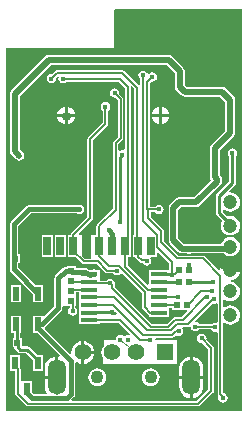
<source format=gbl>
G04*
G04 #@! TF.GenerationSoftware,Altium Limited,Altium Designer,20.0.2 (26)*
G04*
G04 Layer_Physical_Order=2*
G04 Layer_Color=16711680*
%FSLAX44Y44*%
%MOMM*%
G71*
G01*
G75*
%ADD13C,0.2540*%
%ADD18C,0.1524*%
%ADD21R,0.5500X0.5300*%
%ADD22R,0.6000X1.1500*%
%ADD35R,0.5500X0.5300*%
%ADD36R,0.5300X0.5500*%
%ADD70O,1.5000X3.0000*%
%ADD71C,1.1000*%
%ADD72R,1.4200X1.4200*%
%ADD73C,1.4200*%
%ADD77C,0.5080*%
%ADD79C,0.3810*%
%ADD80C,0.1010*%
%ADD81C,1.2000*%
%ADD82C,0.3810*%
%ADD83C,0.5080*%
%ADD84R,2.0000X1.8000*%
%ADD85R,1.8000X2.0000*%
%ADD86R,2.5000X1.5000*%
%ADD87R,1.2000X1.8000*%
%ADD88R,0.7000X1.6000*%
%ADD89R,0.6000X1.1000*%
%ADD90R,1.4750X0.4500*%
%ADD91C,0.7620*%
G36*
X200000Y0D02*
X0D01*
Y307340D01*
X91440D01*
Y338846D01*
X92256Y340000D01*
X200000D01*
Y0D01*
D02*
G37*
%LPC*%
G36*
X98298Y288843D02*
X43612D01*
X42720Y288665D01*
X41964Y288160D01*
X39131Y285327D01*
X38532Y285446D01*
X36996Y285141D01*
X35694Y284270D01*
X34823Y282968D01*
X34518Y281432D01*
X34823Y279896D01*
X35694Y278594D01*
X36996Y277723D01*
X38532Y277418D01*
X40068Y277723D01*
X41370Y278594D01*
X42241Y279896D01*
X42546Y281432D01*
X42427Y282031D01*
X43529Y283133D01*
X44700Y282507D01*
X44486Y281432D01*
X44791Y279896D01*
X45662Y278594D01*
X46964Y277723D01*
X48500Y277418D01*
X50036Y277723D01*
X51338Y278593D01*
X95463D01*
X100826Y273231D01*
Y221482D01*
X99556Y220648D01*
X98598Y220839D01*
X97062Y220533D01*
X96405Y220094D01*
X95135Y220773D01*
Y226123D01*
X98699Y229688D01*
X99204Y230444D01*
X99382Y231336D01*
Y264137D01*
X99204Y265029D01*
X98699Y265785D01*
X95843Y268641D01*
X95962Y269240D01*
X95657Y270776D01*
X94786Y272078D01*
X93484Y272949D01*
X91948Y273254D01*
X90412Y272949D01*
X89110Y272078D01*
X88239Y270776D01*
X87934Y269240D01*
X88239Y267704D01*
X89110Y266402D01*
X90412Y265531D01*
X91948Y265226D01*
X92547Y265345D01*
X94720Y263172D01*
Y232301D01*
X91156Y228737D01*
X90651Y227981D01*
X90473Y227089D01*
Y170985D01*
X77352Y157864D01*
X76847Y157108D01*
X76669Y156216D01*
Y149280D01*
X72114D01*
Y128912D01*
X66894D01*
X65539Y130267D01*
X64823Y131199D01*
X64823D01*
X64823Y131199D01*
Y149332D01*
X62263D01*
X61777Y150505D01*
X72976Y161704D01*
X73482Y162460D01*
X73659Y163353D01*
Y229014D01*
X85761Y241116D01*
X86266Y241872D01*
X86444Y242764D01*
Y254312D01*
X86952Y254652D01*
X87822Y255954D01*
X88127Y257490D01*
X87822Y259026D01*
X86952Y260328D01*
X85649Y261199D01*
X84113Y261504D01*
X82577Y261199D01*
X81275Y260328D01*
X80405Y259026D01*
X80099Y257490D01*
X80405Y255954D01*
X81275Y254652D01*
X81782Y254312D01*
Y243729D01*
X69680Y231627D01*
X69175Y230871D01*
X68998Y229979D01*
Y164318D01*
X55352Y150672D01*
X54847Y149916D01*
X54720Y149280D01*
X52230D01*
Y130740D01*
X58474D01*
X64280Y124934D01*
X65037Y124428D01*
X65928Y124251D01*
X76854D01*
X84016Y117089D01*
X84772Y116584D01*
X85664Y116407D01*
X91013D01*
X91352Y115899D01*
X92655Y115029D01*
X94191Y114723D01*
X95727Y115029D01*
X97029Y115899D01*
X97239Y116213D01*
X98503Y116337D01*
X115068Y99773D01*
Y88159D01*
X115245Y87267D01*
X115751Y86510D01*
X120643Y81618D01*
X120735Y81557D01*
Y79746D01*
X138025D01*
Y87435D01*
X140558D01*
Y85742D01*
X148598D01*
Y85742D01*
X148938D01*
Y85742D01*
X153075D01*
X153561Y84569D01*
X148625Y79634D01*
X143134D01*
X142242Y79456D01*
X141486Y78951D01*
X136247Y73712D01*
X123591D01*
X92199Y105103D01*
Y106262D01*
X92022Y107154D01*
X91915Y107314D01*
X92067Y108077D01*
X91762Y109614D01*
X90891Y110916D01*
X89589Y111786D01*
X88053Y112092D01*
X86517Y111786D01*
X85215Y110916D01*
X84875Y110408D01*
X79265D01*
Y119286D01*
X76743D01*
X76085Y119726D01*
X74549Y120031D01*
X73013Y119726D01*
X72695Y119513D01*
X72076D01*
X72076Y119513D01*
X70933Y119286D01*
X70665D01*
X69521Y120430D01*
X68387Y121188D01*
X67049Y121454D01*
X59233D01*
Y122650D01*
X51393D01*
Y121911D01*
X50521D01*
X49183Y121645D01*
X48048Y120887D01*
X48048Y120887D01*
X41927Y114766D01*
X41169Y113631D01*
X40903Y112293D01*
Y88418D01*
X32499Y80013D01*
X31766Y80316D01*
Y80316D01*
X23226D01*
Y66276D01*
X26467D01*
X45691Y47053D01*
X45097Y45851D01*
X44270Y45959D01*
Y28500D01*
X43000D01*
Y27230D01*
X32873D01*
Y21000D01*
X33219Y18379D01*
X34230Y15937D01*
X34784Y15214D01*
X34223Y14075D01*
X23813D01*
X21735Y16153D01*
Y25139D01*
X13195D01*
X12384Y26073D01*
Y35781D01*
X12235Y36529D01*
Y47139D01*
X3695D01*
Y33599D01*
X7722D01*
Y14767D01*
X7900Y13875D01*
X8405Y13119D01*
X16869Y4655D01*
X17625Y4149D01*
X18517Y3972D01*
X162809D01*
X163701Y4149D01*
X164457Y4655D01*
X175366Y15564D01*
X175872Y16320D01*
X176049Y17212D01*
Y53594D01*
X175872Y54486D01*
X175366Y55242D01*
X169730Y60879D01*
X169849Y61478D01*
X169543Y63014D01*
X168673Y64316D01*
X167371Y65186D01*
X165835Y65492D01*
X164299Y65186D01*
X162996Y64316D01*
X162126Y63014D01*
X161821Y61478D01*
X162126Y59942D01*
X162996Y58639D01*
X164299Y57769D01*
X165835Y57463D01*
X166434Y57583D01*
X171387Y52629D01*
Y18177D01*
X161843Y8633D01*
X55979D01*
X55493Y9807D01*
X57511Y11825D01*
X58268Y12959D01*
X58535Y14297D01*
X58535Y14297D01*
Y40874D01*
X59674Y41436D01*
X60138Y41080D01*
X62484Y40108D01*
X63730Y39944D01*
Y49500D01*
Y59056D01*
X62484Y58892D01*
X60138Y57920D01*
X58125Y56375D01*
X56579Y54362D01*
X55608Y52017D01*
X55277Y49500D01*
X55344Y48990D01*
X54205Y48428D01*
X33073Y69560D01*
X33197Y70824D01*
X33198Y70824D01*
X46871Y84497D01*
X47629Y85632D01*
X47895Y86970D01*
X47895Y86970D01*
Y87878D01*
X47996Y89106D01*
X49165Y89106D01*
X54235D01*
Y87861D01*
X53727Y87522D01*
X52857Y86220D01*
X52552Y84684D01*
X52857Y83147D01*
X53727Y81845D01*
X55030Y80975D01*
X56566Y80669D01*
X58102Y80975D01*
X59404Y81845D01*
X60274Y83147D01*
X60580Y84684D01*
X60274Y86220D01*
X59404Y87522D01*
X58897Y87861D01*
Y89106D01*
X59133D01*
Y96216D01*
X59133Y97146D01*
X59133Y98416D01*
Y100435D01*
X61975D01*
Y92746D01*
Y86246D01*
Y79746D01*
Y73246D01*
X79265D01*
Y74470D01*
X95801D01*
X104821Y65450D01*
X104195Y64279D01*
X103316Y64454D01*
X101780Y64149D01*
X100478Y63278D01*
X99674D01*
X98372Y64149D01*
X96836Y64454D01*
X95300Y64149D01*
X93997Y63278D01*
X93127Y61976D01*
X92822Y60440D01*
X92275Y59768D01*
X82804Y59690D01*
X82683Y54965D01*
X82023Y54105D01*
X81103Y51884D01*
X80789Y49500D01*
X81103Y47116D01*
X82023Y44895D01*
X82412Y44388D01*
X82296Y39878D01*
X144640Y39860D01*
Y60198D01*
X126751Y60051D01*
X126332Y60827D01*
X127055Y62025D01*
X140963D01*
X141855Y62203D01*
X142612Y62708D01*
X144030Y64127D01*
X144591Y63752D01*
X146128Y63446D01*
X147664Y63752D01*
X148966Y64622D01*
X149836Y65925D01*
X150142Y67461D01*
X149836Y68997D01*
X149361Y69708D01*
X150040Y70978D01*
X153847D01*
X154739Y71155D01*
X155172Y71445D01*
X155336Y71431D01*
X156188Y71097D01*
X156486Y70855D01*
X156694Y69806D01*
X157565Y68503D01*
X158867Y67633D01*
X160403Y67328D01*
X161939Y67633D01*
X163242Y68503D01*
X163581Y69011D01*
X173850D01*
X174547Y67968D01*
X175849Y67098D01*
X177386Y66793D01*
X177917Y66898D01*
X179188Y65865D01*
Y14121D01*
X179365Y13229D01*
X179870Y12473D01*
X179927Y12417D01*
X179662Y11086D01*
X179967Y9550D01*
X180838Y8248D01*
X182140Y7377D01*
X183676Y7072D01*
X185212Y7377D01*
X186514Y8248D01*
X187385Y9550D01*
X187690Y11086D01*
X187385Y12622D01*
X186514Y13924D01*
X185212Y14794D01*
X183875Y15060D01*
X183849Y15087D01*
Y74213D01*
X185119Y74839D01*
X185911Y74231D01*
X187865Y73422D01*
X189962Y73146D01*
X192059Y73422D01*
X194013Y74231D01*
X195690Y75519D01*
X196978Y77196D01*
X197787Y79150D01*
X198063Y81247D01*
X197787Y83344D01*
X196978Y85298D01*
X195690Y86975D01*
X194013Y88263D01*
X192059Y89072D01*
X189962Y89348D01*
X187865Y89072D01*
X185911Y88263D01*
X185119Y87655D01*
X183849Y88281D01*
Y94213D01*
X185119Y94839D01*
X185911Y94231D01*
X187865Y93422D01*
X189962Y93146D01*
X192059Y93422D01*
X194013Y94231D01*
X195690Y95519D01*
X196978Y97196D01*
X197787Y99150D01*
X198063Y101247D01*
X197787Y103344D01*
X196978Y105298D01*
X195690Y106976D01*
X194013Y108263D01*
X192059Y109072D01*
X190782Y109240D01*
Y110521D01*
X192191Y110707D01*
X194269Y111567D01*
X196053Y112936D01*
X197422Y114720D01*
X198282Y116798D01*
X198409Y117757D01*
X189962D01*
Y119027D01*
X188692D01*
Y120297D01*
X181749D01*
Y121516D01*
X181642Y121257D01*
X181450Y119800D01*
X180109Y119345D01*
X168585Y130869D01*
X167829Y131374D01*
X166937Y131552D01*
X145859D01*
X133806Y143604D01*
Y152242D01*
X133629Y153134D01*
X133124Y153891D01*
X122488Y164526D01*
Y168268D01*
X126406D01*
X126745Y167761D01*
X128047Y166891D01*
X129583Y166585D01*
X131119Y166891D01*
X132422Y167761D01*
X133292Y169063D01*
X133597Y170599D01*
X133292Y172135D01*
X132422Y173438D01*
X131119Y174308D01*
X129583Y174613D01*
X128047Y174308D01*
X126745Y173438D01*
X126406Y172930D01*
X122079D01*
Y277609D01*
X123277Y278807D01*
X123876Y278688D01*
X125412Y278993D01*
X126714Y279864D01*
X127585Y281166D01*
X127890Y282702D01*
X127585Y284238D01*
X126714Y285540D01*
X125412Y286411D01*
X123876Y286716D01*
X122340Y286411D01*
X121038Y285540D01*
X120848Y285574D01*
X119722Y285858D01*
X118916Y287064D01*
X117614Y287935D01*
X116078Y288240D01*
X114542Y287935D01*
X113240Y287064D01*
X112369Y285762D01*
X112064Y284226D01*
X112369Y282690D01*
X113240Y281388D01*
X113747Y281048D01*
Y276110D01*
X113237Y275791D01*
X112477Y275629D01*
X99946Y288160D01*
X99190Y288665D01*
X98298Y288843D01*
D02*
G37*
G36*
X132270Y257428D02*
Y251260D01*
X138438D01*
X138346Y251958D01*
X137586Y253792D01*
X136378Y255368D01*
X134803Y256576D01*
X132968Y257336D01*
X132270Y257428D01*
D02*
G37*
G36*
X129730D02*
X129032Y257336D01*
X127198Y256576D01*
X125622Y255368D01*
X124414Y253792D01*
X123654Y251958D01*
X123562Y251260D01*
X129730D01*
Y257428D01*
D02*
G37*
G36*
X52270D02*
Y251260D01*
X58438D01*
X58346Y251958D01*
X57586Y253792D01*
X56378Y255368D01*
X54802Y256576D01*
X52968Y257336D01*
X52270Y257428D01*
D02*
G37*
G36*
X49730D02*
X49032Y257336D01*
X47197Y256576D01*
X45622Y255368D01*
X44414Y253792D01*
X43654Y251958D01*
X43562Y251260D01*
X49730D01*
Y257428D01*
D02*
G37*
G36*
X138438Y248720D02*
X132270D01*
Y242552D01*
X132968Y242644D01*
X134803Y243404D01*
X136378Y244612D01*
X137586Y246187D01*
X138346Y248022D01*
X138438Y248720D01*
D02*
G37*
G36*
X129730D02*
X123562D01*
X123654Y248022D01*
X124414Y246187D01*
X125622Y244612D01*
X127198Y243404D01*
X129032Y242644D01*
X129730Y242552D01*
Y248720D01*
D02*
G37*
G36*
X58438D02*
X52270D01*
Y242552D01*
X52968Y242644D01*
X54802Y243404D01*
X56378Y244612D01*
X57586Y246187D01*
X58346Y248022D01*
X58438Y248720D01*
D02*
G37*
G36*
X49730D02*
X43562D01*
X43654Y248022D01*
X44414Y246187D01*
X45622Y244612D01*
X47197Y243404D01*
X49032Y242644D01*
X49730Y242552D01*
Y248720D01*
D02*
G37*
G36*
X191770Y222454D02*
X190234Y222149D01*
X188932Y221278D01*
X188061Y219976D01*
X187756Y218440D01*
X188061Y216904D01*
X188921Y215617D01*
Y194474D01*
X178580Y184132D01*
X177962Y183208D01*
X177745Y182118D01*
X177745Y182118D01*
Y167688D01*
X177745Y167688D01*
X177962Y166598D01*
X178580Y165673D01*
X183137Y161116D01*
X182946Y160868D01*
X182137Y158914D01*
X181861Y156817D01*
X182137Y154720D01*
X182946Y152766D01*
X184233Y151089D01*
X185911Y149801D01*
X187865Y148992D01*
X189962Y148716D01*
X192059Y148992D01*
X194013Y149801D01*
X195690Y151089D01*
X196978Y152766D01*
X197787Y154720D01*
X198063Y156817D01*
X197787Y158914D01*
X196978Y160868D01*
X195690Y162546D01*
X194013Y163833D01*
X192059Y164642D01*
X189962Y164918D01*
X187865Y164642D01*
X187726Y164585D01*
X183443Y168868D01*
Y170178D01*
X184713Y170787D01*
X185911Y169867D01*
X187865Y169058D01*
X189962Y168782D01*
X192059Y169058D01*
X194013Y169867D01*
X195690Y171155D01*
X196978Y172832D01*
X197787Y174786D01*
X198063Y176883D01*
X197787Y178980D01*
X196978Y180934D01*
X195690Y182612D01*
X194013Y183899D01*
X192059Y184708D01*
X189962Y184984D01*
X189183Y184882D01*
X188589Y186085D01*
X193784Y191280D01*
X194402Y192204D01*
X194619Y193294D01*
X194619Y193294D01*
Y215617D01*
X195479Y216904D01*
X195784Y218440D01*
X195479Y219976D01*
X194608Y221278D01*
X193306Y222149D01*
X191770Y222454D01*
D02*
G37*
G36*
X62103Y174727D02*
X60567Y174422D01*
X60249Y174210D01*
X19572D01*
X18235Y173943D01*
X17100Y173186D01*
X4251Y160336D01*
X3493Y159202D01*
X3227Y157864D01*
Y120070D01*
X3493Y118732D01*
X4251Y117598D01*
X23226Y98622D01*
Y92276D01*
X31766D01*
Y106316D01*
X25421D01*
X10219Y121518D01*
Y124883D01*
X11793D01*
Y132723D01*
X10219D01*
Y156416D01*
X21021Y167217D01*
X60249D01*
X60567Y167005D01*
X62103Y166699D01*
X63639Y167005D01*
X64941Y167875D01*
X65812Y169177D01*
X66117Y170713D01*
X65812Y172250D01*
X64941Y173552D01*
X63639Y174422D01*
X62103Y174727D01*
D02*
G37*
G36*
X80518Y301448D02*
X79873Y301320D01*
X36318D01*
X34732Y301004D01*
X33388Y300106D01*
X4436Y271154D01*
X3538Y269810D01*
X3222Y268224D01*
Y220218D01*
X3538Y218632D01*
X4436Y217288D01*
X8500Y213224D01*
X9844Y212326D01*
X11430Y212010D01*
X13016Y212326D01*
X14360Y213224D01*
X15258Y214568D01*
X15574Y216154D01*
X15258Y217740D01*
X14360Y219084D01*
X11510Y221934D01*
Y266508D01*
X38035Y293033D01*
X136133D01*
X143100Y286066D01*
Y274396D01*
X143416Y272810D01*
X144314Y271466D01*
X148454Y267326D01*
X149798Y266428D01*
X151384Y266112D01*
X181404D01*
X185842Y261675D01*
Y237404D01*
X174108Y225670D01*
X173210Y224326D01*
X172894Y222740D01*
Y197790D01*
X173210Y196204D01*
X173882Y195198D01*
X159502Y180818D01*
X146306D01*
X144721Y180503D01*
X143376Y179605D01*
X138957Y175185D01*
X138059Y173841D01*
X137743Y172255D01*
Y144564D01*
X138059Y142978D01*
X138957Y141634D01*
X145990Y134601D01*
X147335Y133702D01*
X148920Y133387D01*
X153057D01*
X153302Y133223D01*
X154838Y132917D01*
X156375Y133223D01*
X156620Y133387D01*
X184216D01*
X184233Y133365D01*
X185911Y132077D01*
X187865Y131268D01*
X189962Y130992D01*
X192059Y131268D01*
X194013Y132077D01*
X195690Y133365D01*
X196978Y135042D01*
X197787Y136996D01*
X198063Y139093D01*
X197787Y141190D01*
X196978Y143144D01*
X195690Y144822D01*
X194013Y146109D01*
X192059Y146918D01*
X189962Y147194D01*
X187865Y146918D01*
X185911Y146109D01*
X184233Y144822D01*
X182946Y143144D01*
X182337Y141674D01*
X150637D01*
X146031Y146280D01*
Y170539D01*
X148023Y172531D01*
X161219D01*
X162805Y172847D01*
X164149Y173745D01*
X181670Y191266D01*
X182568Y192610D01*
X182884Y194196D01*
Y196088D01*
X182568Y197674D01*
X181670Y199018D01*
X181182Y199506D01*
Y221024D01*
X192915Y232757D01*
X193814Y234102D01*
X194129Y235687D01*
Y237590D01*
Y263391D01*
X193814Y264977D01*
X192915Y266321D01*
X186051Y273186D01*
X184706Y274084D01*
X183121Y274400D01*
X153100D01*
X151388Y276112D01*
Y287782D01*
X151072Y289368D01*
X150174Y290712D01*
X140780Y300106D01*
X139436Y301004D01*
X137850Y301320D01*
X81163D01*
X80518Y301448D01*
D02*
G37*
G36*
X50770Y149280D02*
X41230D01*
Y130740D01*
X50770D01*
Y149280D01*
D02*
G37*
G36*
X39770D02*
X30230D01*
Y130740D01*
X39770D01*
Y149280D01*
D02*
G37*
G36*
X12766Y106316D02*
X4226D01*
Y92276D01*
X12766D01*
Y106316D01*
D02*
G37*
G36*
X66270Y59056D02*
Y50770D01*
X74556D01*
X74392Y52017D01*
X73421Y54362D01*
X71875Y56375D01*
X69862Y57920D01*
X67516Y58892D01*
X66270Y59056D01*
D02*
G37*
G36*
X74556Y48230D02*
X66270D01*
Y39944D01*
X67516Y40108D01*
X69862Y41080D01*
X71875Y42625D01*
X73421Y44638D01*
X74392Y46983D01*
X74556Y48230D01*
D02*
G37*
G36*
X12766Y80316D02*
X4226D01*
Y66276D01*
X6499D01*
Y61861D01*
X5757D01*
Y54022D01*
X7048D01*
X7245Y53031D01*
X7862Y52107D01*
X10195Y49774D01*
X10195Y49774D01*
X11120Y49156D01*
X12210Y48939D01*
X16867D01*
X22695Y43110D01*
Y33599D01*
X31235D01*
Y47139D01*
X26724D01*
X20061Y53802D01*
X19137Y54420D01*
X18046Y54637D01*
X18046Y54637D01*
X13797D01*
Y61861D01*
X12196D01*
Y66276D01*
X12766D01*
Y80316D01*
D02*
G37*
G36*
X158270Y45959D02*
Y29770D01*
X167127D01*
Y36000D01*
X166782Y38621D01*
X165770Y41063D01*
X164161Y43161D01*
X162063Y44770D01*
X159621Y45782D01*
X158270Y45959D01*
D02*
G37*
G36*
X155730D02*
X154379Y45782D01*
X151937Y44770D01*
X149839Y43161D01*
X148230Y41063D01*
X147218Y38621D01*
X146873Y36000D01*
Y29770D01*
X155730D01*
Y45959D01*
D02*
G37*
G36*
X41730D02*
X40379Y45782D01*
X37937Y44770D01*
X35839Y43161D01*
X34230Y41063D01*
X33219Y38621D01*
X32873Y36000D01*
Y29770D01*
X41730D01*
Y45959D01*
D02*
G37*
G36*
X122500Y36097D02*
X120534Y35838D01*
X118701Y35079D01*
X117128Y33872D01*
X115921Y32299D01*
X115162Y30466D01*
X114903Y28500D01*
X115162Y26534D01*
X115921Y24701D01*
X117128Y23128D01*
X118701Y21921D01*
X120534Y21162D01*
X122500Y20903D01*
X124466Y21162D01*
X126299Y21921D01*
X127872Y23128D01*
X129079Y24701D01*
X129838Y26534D01*
X130097Y28500D01*
X129838Y30466D01*
X129079Y32299D01*
X127872Y33872D01*
X126299Y35079D01*
X124466Y35838D01*
X122500Y36097D01*
D02*
G37*
G36*
X77500D02*
X75534Y35838D01*
X73702Y35079D01*
X72128Y33872D01*
X70921Y32299D01*
X70162Y30466D01*
X69903Y28500D01*
X70162Y26534D01*
X70921Y24701D01*
X72128Y23128D01*
X73702Y21921D01*
X75534Y21162D01*
X77500Y20903D01*
X79466Y21162D01*
X81299Y21921D01*
X82872Y23128D01*
X84079Y24701D01*
X84838Y26534D01*
X85097Y28500D01*
X84838Y30466D01*
X84079Y32299D01*
X82872Y33872D01*
X81299Y35079D01*
X79466Y35838D01*
X77500Y36097D01*
D02*
G37*
G36*
X167127Y27230D02*
X158270D01*
Y11041D01*
X159621Y11218D01*
X162063Y12230D01*
X164161Y13839D01*
X165770Y15937D01*
X166782Y18379D01*
X167127Y21000D01*
Y27230D01*
D02*
G37*
G36*
X155730D02*
X146873D01*
Y21000D01*
X147218Y18379D01*
X148230Y15937D01*
X149839Y13839D01*
X151937Y12230D01*
X154379Y11218D01*
X155730Y11041D01*
Y27230D01*
D02*
G37*
%LPD*%
G36*
X108690Y272824D02*
Y149280D01*
X107230D01*
Y130740D01*
X109669D01*
Y130570D01*
X109847Y129678D01*
X110352Y128922D01*
X113484Y125789D01*
X114241Y125284D01*
X115133Y125107D01*
X115656D01*
X116288Y124162D01*
X117590Y123291D01*
X119126Y122986D01*
X120662Y123291D01*
X121964Y124162D01*
X122835Y125464D01*
X123140Y127000D01*
X122835Y128536D01*
X122211Y129470D01*
X122689Y130646D01*
X122773Y130740D01*
X127770D01*
Y134080D01*
X128943Y134566D01*
X138268Y125242D01*
Y120456D01*
X138025Y119286D01*
X120735D01*
Y107411D01*
X119562Y106924D01*
X103331Y123155D01*
Y130740D01*
X105770D01*
Y149280D01*
X105487D01*
Y274196D01*
X105478Y274239D01*
X106649Y274865D01*
X108690Y272824D01*
D02*
G37*
G36*
X179188Y90518D02*
Y75749D01*
X177917Y74715D01*
X177386Y74821D01*
X175849Y74515D01*
X174588Y73672D01*
X163581D01*
X163242Y74180D01*
X161939Y75050D01*
X160889Y75259D01*
X160382Y76548D01*
X174655Y90821D01*
X175904Y90572D01*
X177440Y90878D01*
X177917Y91197D01*
X179188Y90518D01*
D02*
G37*
D13*
X55098Y118415D02*
X55555Y117958D01*
X96982Y160163D02*
Y214865D01*
X98598Y216481D01*
Y216825D01*
X9877Y54121D02*
Y57941D01*
X18046Y51788D02*
X25235Y44599D01*
X12210Y51788D02*
X18046D01*
X9877Y54121D02*
X12210Y51788D01*
X25235Y44599D02*
X25235D01*
X89576Y83002D02*
X89920Y83346D01*
X89151Y83427D02*
X89576Y83002D01*
X89920Y83346D02*
X91301D01*
X190131Y155342D02*
Y158151D01*
X191770Y193294D02*
Y218440D01*
X180594Y182118D02*
X191770Y193294D01*
X180594Y167688D02*
Y182118D01*
Y167688D02*
X190131Y158151D01*
X154736Y119121D02*
X154787Y119172D01*
Y123901D01*
X154838Y123952D01*
X27496Y73296D02*
X30726D01*
X8496D02*
X9347Y72446D01*
Y58271D02*
Y72446D01*
Y58271D02*
X9677Y57941D01*
X26965Y40369D02*
Y42869D01*
X25235Y44599D02*
X26965Y42869D01*
X9777Y57941D02*
X9877D01*
X9677D02*
X9777D01*
X152121Y150749D02*
X160594D01*
X160747Y150597D01*
X160815Y150665D01*
X129380Y115766D02*
X140266D01*
X70620Y83266D02*
X70781Y83427D01*
X89151D01*
X91301Y83346D02*
X91947Y82699D01*
X175634Y109150D02*
X175634Y109150D01*
X155060Y109150D02*
X175634D01*
X154736Y109474D02*
X155060Y109150D01*
X160815Y150665D02*
X161000Y150480D01*
X146148Y109266D02*
X146356Y109474D01*
X129380Y109266D02*
X146148D01*
D18*
X88053Y108077D02*
Y108077D01*
Y108077D02*
X89869Y106262D01*
Y104138D02*
Y106262D01*
Y104138D02*
X122625Y71381D01*
X131475Y142639D02*
X144893Y129221D01*
X166937D01*
X84113Y242764D02*
Y257490D01*
X71328Y229979D02*
X84113Y242764D01*
X71328Y163353D02*
Y229979D01*
X57000Y149024D02*
X71328Y163353D01*
X120157Y170599D02*
X129583D01*
X119748D02*
X120157D01*
X119748Y278574D02*
X123876Y282702D01*
X119748Y170599D02*
Y278574D01*
X166937Y129221D02*
X181518Y114639D01*
X120157Y163561D02*
X131475Y152242D01*
Y142639D02*
Y152242D01*
X116078Y160947D02*
X128278Y148746D01*
Y138528D02*
Y148746D01*
Y138528D02*
X140598Y126207D01*
X120157Y163561D02*
Y170599D01*
X92804Y227089D02*
X97051Y231336D01*
X92804Y170020D02*
Y227089D01*
X79000Y156216D02*
X92804Y170020D01*
X165835Y61478D02*
X173718Y53594D01*
Y17212D02*
Y53594D01*
X162809Y6303D02*
X173718Y17212D01*
X77820Y126582D02*
X85664Y118737D01*
X65928Y126582D02*
X77820D01*
X57000Y135510D02*
X65928Y126582D01*
X85664Y118737D02*
X94191D01*
X97051Y231336D02*
Y264137D01*
X103156Y142166D02*
Y274196D01*
X117399Y88159D02*
Y100738D01*
X95716Y122420D02*
X117399Y100738D01*
X87379Y122420D02*
X95716D01*
X79000Y130799D02*
X87379Y122420D01*
X7965Y37869D02*
X10053Y35781D01*
Y14767D02*
Y35781D01*
Y14767D02*
X18517Y6303D01*
X71809Y108077D02*
X88053D01*
X70620Y109266D02*
X71809Y108077D01*
X91275Y96266D02*
X119375Y68166D01*
X70620Y96266D02*
X91275D01*
X119375Y68166D02*
X139385D01*
X112000Y130570D02*
X115133Y127437D01*
X118689D01*
X112000Y130570D02*
Y140010D01*
X118689Y127437D02*
X119126Y127000D01*
X96766Y76801D02*
X113877Y59690D01*
X121920D01*
X116342Y64356D02*
X140963D01*
X90932Y89766D02*
X116342Y64356D01*
X140963D02*
X144068Y67461D01*
X70620Y89766D02*
X90932D01*
X116078Y160947D02*
Y284226D01*
X111021Y143741D02*
Y273789D01*
X98298Y286512D02*
X111021Y273789D01*
X43612Y286512D02*
X98298D01*
X48500Y280924D02*
X96428D01*
X103156Y274196D01*
X112271Y142491D02*
X114481D01*
X111021Y143741D02*
X112271Y142491D01*
X7965Y37869D02*
Y40369D01*
X18517Y6303D02*
X162809D01*
X57000Y140010D02*
Y149024D01*
X55213Y93126D02*
X56566Y91774D01*
Y84684D02*
Y91774D01*
X57000Y135510D02*
Y140010D01*
X117399Y88159D02*
X122291Y83266D01*
X183676Y11086D02*
Y11963D01*
X181518Y14121D02*
X183676Y11963D01*
X181518Y14121D02*
Y114639D01*
X160403Y71342D02*
X176850D01*
X177386Y70807D01*
X140598Y115433D02*
Y126207D01*
X146012Y119121D02*
X146112D01*
X142761Y115871D02*
X146012Y119121D01*
X141036Y115871D02*
X142761D01*
X140598Y115433D02*
X141036Y115871D01*
X129380Y96266D02*
X145257D01*
X145543Y96553D01*
X137212Y71381D02*
X143134Y77303D01*
X122625Y71381D02*
X137212D01*
X70655Y76801D02*
X96766D01*
X70620Y76766D02*
X70655Y76801D01*
X112000Y140010D02*
X114481Y142491D01*
X38532Y281432D02*
X43612Y286512D01*
X149591Y77303D02*
X168755Y96467D01*
X170107D01*
X153466Y89154D02*
X165491Y101179D01*
X174070D01*
X153847Y73309D02*
X175124Y94587D01*
X175904D01*
X144528Y73309D02*
X153847D01*
X101000Y140010D02*
X103156Y142166D01*
X143134Y77303D02*
X149591D01*
X139385Y68166D02*
X144528Y73309D01*
X144068Y67461D02*
X146128D01*
X122291Y83266D02*
X129380D01*
X152958Y89662D02*
X153466Y89154D01*
X91948Y269240D02*
X97051Y264137D01*
X55213Y101506D02*
X56473Y102766D01*
X55540Y110250D02*
X56525Y109266D01*
X70620D01*
X79000Y140010D02*
Y156216D01*
X144474Y89766D02*
X144578Y89662D01*
X129380Y89766D02*
X144474D01*
X101000Y122190D02*
X120424Y102766D01*
X101000Y122190D02*
Y140010D01*
X120424Y102766D02*
X129380D01*
X70620Y102766D02*
X70620Y102766D01*
X56473Y102766D02*
X70620D01*
X79000Y130799D02*
Y140010D01*
D21*
X146356Y119121D02*
D03*
X154736D02*
D03*
X9777Y57941D02*
D03*
X18157D02*
D03*
X146356Y109474D02*
D03*
X154736D02*
D03*
X144578Y89662D02*
D03*
X152958D02*
D03*
D22*
X27496Y99297D02*
D03*
X8496D02*
D03*
Y73296D02*
D03*
X17996D02*
D03*
X27496D02*
D03*
D35*
X7773Y128803D02*
D03*
X16153D02*
D03*
D36*
X55313Y110250D02*
D03*
Y118630D02*
D03*
X55213Y101506D02*
D03*
Y93126D02*
D03*
D70*
X157000Y28500D02*
D03*
X43000D02*
D03*
D71*
X122500D02*
D03*
X77500D02*
D03*
D72*
X135000Y49500D02*
D03*
D73*
X110000D02*
D03*
X90000D02*
D03*
X65000D02*
D03*
D77*
X7366Y268224D02*
X36318Y297176D01*
X7366Y220218D02*
Y268224D01*
X36318Y297176D02*
X80418D01*
X148920Y137531D02*
X188400D01*
X80418Y297176D02*
X137850D01*
X141887Y144564D02*
X148920Y137531D01*
X141887Y144564D02*
Y172255D01*
X146306Y176675D01*
X137850Y297176D02*
X147244Y287782D01*
X7366Y220218D02*
X11430Y216154D01*
X183121Y270256D02*
X189985Y263391D01*
X151384Y270256D02*
X183121D01*
X147244Y274396D02*
X151384Y270256D01*
X147244Y274396D02*
Y287782D01*
X189985Y237590D02*
Y263391D01*
X177038Y222740D02*
X189985Y235687D01*
X177038Y197790D02*
Y222740D01*
Y197790D02*
X178740Y196088D01*
X161219Y176675D02*
X178740Y194196D01*
X146306Y176675D02*
X161219D01*
X188400Y137531D02*
X189962Y139093D01*
X189985Y235687D02*
Y237590D01*
X178740Y194196D02*
Y196088D01*
D79*
X71222Y115164D02*
X72076Y116017D01*
X6723Y120070D02*
Y157864D01*
X80418Y297176D02*
X80518Y297276D01*
X86924Y153233D02*
X90000Y150157D01*
Y140010D02*
Y150157D01*
X72076Y116017D02*
X74549D01*
X80518Y297276D02*
Y297434D01*
X55038Y14297D02*
Y42650D01*
X51321Y10579D02*
X55038Y14297D01*
X22365Y10579D02*
X51321D01*
X17465Y15479D02*
X22365Y10579D01*
X17465Y15479D02*
Y18369D01*
X27496Y70192D02*
Y73296D01*
Y70192D02*
X55038Y42650D01*
X67049Y117958D02*
X69240Y115766D01*
X55555Y117958D02*
X67049D01*
X44399Y86970D02*
Y112293D01*
X30726Y73296D02*
X44399Y86970D01*
Y112293D02*
X50521Y118415D01*
X55098D01*
X19572Y170713D02*
X62103D01*
X6723Y157864D02*
X19572Y170713D01*
X6723Y120070D02*
X27496Y99297D01*
X70620Y115766D02*
X71222Y115164D01*
X69240Y115766D02*
X70620D01*
D80*
X96836Y60440D02*
X110000Y49500D01*
D81*
X189962Y101247D02*
D03*
Y81247D02*
D03*
Y139093D02*
D03*
Y119027D02*
D03*
Y176883D02*
D03*
Y156817D02*
D03*
D82*
X22197Y160592D02*
D03*
X33437Y215725D02*
D03*
X74282Y159941D02*
D03*
X191140Y332728D02*
D03*
X194315Y326378D02*
D03*
X191140Y320028D02*
D03*
X194315Y313678D02*
D03*
X191140Y307328D02*
D03*
X194315Y300978D02*
D03*
X184790Y332728D02*
D03*
X187966Y326378D02*
D03*
X184790Y320028D02*
D03*
X187966Y313678D02*
D03*
X184790Y129528D02*
D03*
Y2528D02*
D03*
X178440Y332728D02*
D03*
X181616Y326378D02*
D03*
X178440Y320028D02*
D03*
X181616Y313678D02*
D03*
X178440Y307328D02*
D03*
Y294628D02*
D03*
Y2528D02*
D03*
X172090Y332728D02*
D03*
X175266Y326378D02*
D03*
X172090Y320028D02*
D03*
X175266Y288278D02*
D03*
Y8878D02*
D03*
X172090Y2528D02*
D03*
X165741Y332728D02*
D03*
X168916Y326378D02*
D03*
X165741Y2528D02*
D03*
X159390Y332728D02*
D03*
X153041D02*
D03*
Y167628D02*
D03*
Y66028D02*
D03*
X156215Y59678D02*
D03*
X146691Y332728D02*
D03*
Y307328D02*
D03*
X149866Y161278D02*
D03*
Y59678D02*
D03*
X146691Y53328D02*
D03*
X149866Y46978D02*
D03*
X140340Y332728D02*
D03*
X143516Y34278D02*
D03*
Y21578D02*
D03*
X140340Y15228D02*
D03*
X133990Y332728D02*
D03*
Y307328D02*
D03*
X127640Y332728D02*
D03*
Y307328D02*
D03*
X130815Y161278D02*
D03*
X121291Y332728D02*
D03*
Y307328D02*
D03*
X114941Y332728D02*
D03*
Y307328D02*
D03*
Y15228D02*
D03*
X108590Y332728D02*
D03*
Y307328D02*
D03*
X111765Y34278D02*
D03*
X108590Y27928D02*
D03*
X111765Y21578D02*
D03*
X108590Y15228D02*
D03*
X102240Y307328D02*
D03*
X105415Y288278D02*
D03*
Y34278D02*
D03*
X102240Y27928D02*
D03*
X105415Y21578D02*
D03*
X102240Y15228D02*
D03*
X99066Y34278D02*
D03*
X95891Y27928D02*
D03*
X99066Y21578D02*
D03*
X95891Y15228D02*
D03*
X92716Y275578D02*
D03*
Y34278D02*
D03*
X89541Y27928D02*
D03*
X92716Y21578D02*
D03*
X89541Y15228D02*
D03*
X86365Y275578D02*
D03*
Y173978D02*
D03*
X83190Y167628D02*
D03*
X86365Y72378D02*
D03*
Y34278D02*
D03*
Y21578D02*
D03*
X83190Y15228D02*
D03*
X80015Y275578D02*
D03*
X76841Y269228D02*
D03*
Y180328D02*
D03*
X80015Y173978D02*
D03*
Y59678D02*
D03*
X76841Y53328D02*
D03*
Y40628D02*
D03*
Y15228D02*
D03*
X73665Y275578D02*
D03*
X70490Y269228D02*
D03*
X73665Y59678D02*
D03*
X70490Y15228D02*
D03*
X64141Y180328D02*
D03*
Y66028D02*
D03*
X67316Y34278D02*
D03*
X64141Y27928D02*
D03*
X67316Y21578D02*
D03*
X64141Y15228D02*
D03*
X60965Y186678D02*
D03*
Y34278D02*
D03*
Y21578D02*
D03*
X51441Y193028D02*
D03*
X45090Y218428D02*
D03*
Y205728D02*
D03*
X38740Y218428D02*
D03*
X41915Y212078D02*
D03*
X32390Y281928D02*
D03*
Y269228D02*
D03*
Y231128D02*
D03*
X29216Y275578D02*
D03*
X26040Y269228D02*
D03*
Y231128D02*
D03*
X19691Y294628D02*
D03*
Y269228D02*
D03*
Y231128D02*
D03*
X22866Y224778D02*
D03*
X13341Y294628D02*
D03*
X16516Y288278D02*
D03*
Y262878D02*
D03*
X6991Y294628D02*
D03*
X10165Y288278D02*
D03*
X6991Y281928D02*
D03*
X10165Y186678D02*
D03*
X129583Y170599D02*
D03*
X82677Y302768D02*
D03*
X74994D02*
D03*
X86924Y153233D02*
D03*
X96982Y160163D02*
D03*
X98598Y216825D02*
D03*
X74549Y116017D02*
D03*
X94191Y118737D02*
D03*
X98044Y334518D02*
D03*
X88053Y108077D02*
D03*
X80518Y297434D02*
D03*
X11430Y216154D02*
D03*
X196373Y283164D02*
D03*
X119126Y127000D02*
D03*
X121920Y59690D02*
D03*
X170942Y285496D02*
D03*
X170434Y314452D02*
D03*
X166878Y321310D02*
D03*
X93663Y309189D02*
D03*
X170942Y306578D02*
D03*
Y299551D02*
D03*
Y292523D02*
D03*
X160243Y293294D02*
D03*
X160149Y299636D02*
D03*
X159832Y306301D02*
D03*
X98044Y327152D02*
D03*
X105728D02*
D03*
X113411D02*
D03*
X121095D02*
D03*
X128778D02*
D03*
X136461D02*
D03*
X144145D02*
D03*
X151828D02*
D03*
X160274Y325882D02*
D03*
X157734Y311658D02*
D03*
X151828Y312420D02*
D03*
X144145D02*
D03*
X136461D02*
D03*
X128778D02*
D03*
X121095D02*
D03*
X113411D02*
D03*
X105728D02*
D03*
X98044D02*
D03*
X88646Y304800D02*
D03*
X67310Y302768D02*
D03*
X59626D02*
D03*
X5842D02*
D03*
X13526D02*
D03*
X21209D02*
D03*
X28893D02*
D03*
X36576D02*
D03*
X44260D02*
D03*
X51943D02*
D03*
X116078Y284226D02*
D03*
X191770Y218440D02*
D03*
X14732Y64008D02*
D03*
X25654D02*
D03*
X20193D02*
D03*
X17996Y73296D02*
D03*
X154838Y136931D02*
D03*
Y123952D02*
D03*
X47650Y123012D02*
D03*
X51333Y128981D02*
D03*
X47777Y127381D02*
D03*
X62103Y170713D02*
D03*
X22149Y138354D02*
D03*
X15545Y138659D02*
D03*
X27534Y134798D02*
D03*
X29159Y128067D02*
D03*
X29693Y122326D02*
D03*
X30963Y112446D02*
D03*
X56566Y84684D02*
D03*
X124705Y77069D02*
D03*
X146306Y176675D02*
D03*
X165835Y61478D02*
D03*
X183676Y11086D02*
D03*
X177386Y70807D02*
D03*
X160403Y71342D02*
D03*
X140598Y115433D02*
D03*
X145543Y96553D02*
D03*
X89576Y83589D02*
D03*
X175634Y109150D02*
D03*
X170107Y96467D02*
D03*
X174070Y101179D02*
D03*
X103316Y60440D02*
D03*
X96836D02*
D03*
X175904Y94587D02*
D03*
X114300Y290322D02*
D03*
X155341Y52552D02*
D03*
X193741Y5543D02*
D03*
X146128Y67461D02*
D03*
X128945Y77069D02*
D03*
X195429Y291592D02*
D03*
X84113Y257490D02*
D03*
X189985Y237590D02*
D03*
X178740Y194196D02*
D03*
X91948Y269240D02*
D03*
X48500Y281432D02*
D03*
X38532D02*
D03*
X123876Y282702D02*
D03*
X147244Y287782D02*
D03*
D83*
X152121Y150749D02*
D03*
X59382Y241608D02*
D03*
X42618Y241554D02*
D03*
X77687Y202786D02*
D03*
X142494Y257302D02*
D03*
X142926Y235090D02*
D03*
X59382Y258372D02*
D03*
X42618D02*
D03*
X162814Y212878D02*
D03*
Y235090D02*
D03*
Y257302D02*
D03*
X142926Y212878D02*
D03*
D84*
X23000Y246090D02*
D03*
D85*
X177000Y247090D02*
D03*
D86*
X161000Y150480D02*
D03*
D87*
X23000Y155010D02*
D03*
D88*
X35000Y140010D02*
D03*
X46000D02*
D03*
X57000D02*
D03*
X68000D02*
D03*
X79000D02*
D03*
X90000D02*
D03*
X101000D02*
D03*
X112000D02*
D03*
X123000D02*
D03*
D89*
X7965Y40369D02*
D03*
X26965D02*
D03*
X17465Y18369D02*
D03*
D90*
X70620Y115766D02*
D03*
Y109266D02*
D03*
Y102766D02*
D03*
Y96266D02*
D03*
Y89766D02*
D03*
Y83266D02*
D03*
Y76766D02*
D03*
X129380D02*
D03*
Y83266D02*
D03*
Y89766D02*
D03*
Y96266D02*
D03*
Y102766D02*
D03*
Y109266D02*
D03*
Y115766D02*
D03*
D91*
X50692Y249682D02*
X51000Y249990D01*
M02*

</source>
